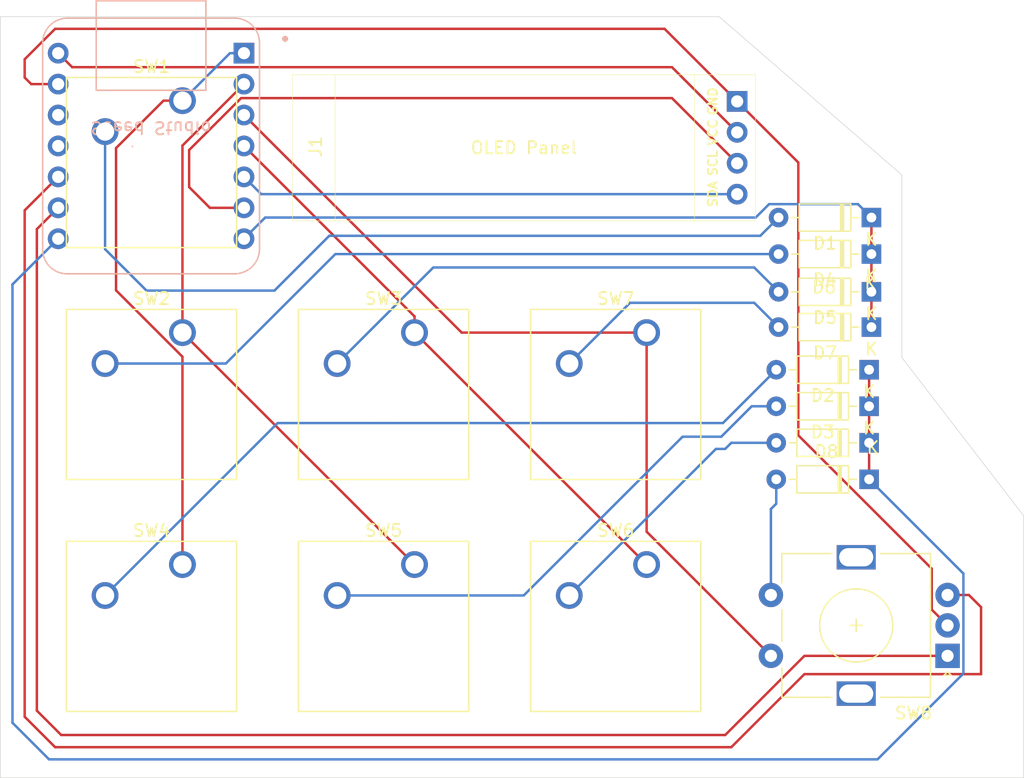
<source format=kicad_pcb>
(kicad_pcb (version 20240108) (generator "pcbnew") (generator_version "8.0")
  (layers (0 "F.Cu" signal) (31 "B.Cu" signal) (34 "B.Paste" user) (35 "F.Paste" user) (36 "B.SilkS" user "B.Silkscreen") (37 "F.SilkS" user "F.Silkscreen") (38 "B.Mask" user) (39 "F.Mask" user) (44 "Edge.Cuts" user))
  (net 0 "")
  (net 1 "Row0")
  (net 2 "Net-(D1-A)")
  (net 3 "Row1")
  (net 4 "Net-(D2-A)")
  (net 5 "Net-(D3-A)")
  (net 6 "Net-(D4-A)")
  (net 7 "Net-(D5-A)")
  (net 8 "Net-(D6-A)")
  (net 9 "Net-(D7-A)")
  (net 10 "Net-(D8-A)")
  (net 11 "SCL")
  (net 12 "SDA")
  (net 13 "GND")
  (net 14 "VCC")
  (net 15 "Col0")
  (net 16 "Col1")
  (net 17 "Col2")
  (net 18 "Col3")
  (net 19 "RotB")
  (net 20 "RotA")
  (footprint "Library:D_DO-35_SOD27_P7.62mm_Horizontal" (layer "F.Cu") (at 126.5 108.5 180)
    (property "Reference" "D7" (at 3.81 -2.12 0) (layer "F.SilkS"))
    (property "Value" "D")
    (fp_line (start 6.58 0) (end 5.93 0) (stroke (width 0.12)) (layer "F.SilkS"))
    (fp_line (start 5.93 1.12) (end 5.93 -1.12) (stroke (width 0.12)) (layer "F.SilkS"))
    (fp_line (start 5.93 -1.12) (end 1.69 -1.12) (stroke (width 0.12)) (layer "F.SilkS"))
    (fp_line (start 2.53 -1.12) (end 2.53 1.12) (stroke (width 0.12)) (layer "F.SilkS"))
    (fp_line (start 2.41 -1.12) (end 2.41 1.12) (stroke (width 0.12)) (layer "F.SilkS"))
    (fp_line (start 2.29 -1.12) (end 2.29 1.12) (stroke (width 0.12)) (layer "F.SilkS"))
    (fp_line (start 1.69 1.12) (end 5.93 1.12) (stroke (width 0.12)) (layer "F.SilkS"))
    (fp_line (start 1.69 -1.12) (end 1.69 1.12) (stroke (width 0.12)) (layer "F.SilkS"))
    (fp_line (start 1.04 0) (end 1.69 0) (stroke (width 0.12)) (layer "F.SilkS"))
    (fp_text user "K" (at 0 -1.8 0) (layer "F.SilkS"))
    (pad "1" thru_hole rect (at 0 0) (size 1.6 1.6) (drill 0.8) (layers "*.Cu" "*.Mask") (net 1 "Row0"))
    (pad "2" thru_hole oval (at 7.62 0) (size 1.6 1.6) (drill 0.8) (layers "*.Cu" "*.Mask") (net 9 "Net-(D7-A)"))
  )
  (footprint "Library:SW_Cherry_MX_1.00u_PCB" (layer "F.Cu") (at 89 108.95)
    (property "Reference" "SW3" (at -2.54 -2.794 0) (layer "F.SilkS"))
    (property "Value" "SW_Push_45deg")
    (fp_line (start -9.525 -1.905) (end 4.445 -1.905) (stroke (width 0.12)) (layer "F.SilkS"))
    (fp_line (start -9.525 12.065) (end -9.525 -1.905) (stroke (width 0.12)) (layer "F.SilkS"))
    (fp_line (start 4.445 -1.905) (end 4.445 12.065) (stroke (width 0.12)) (layer "F.SilkS"))
    (fp_line (start 4.445 12.065) (end -9.525 12.065) (stroke (width 0.12)) (layer "F.SilkS"))
    (pad "" np_thru_hole circle (at -7.62 5.08) (size 1.7 1.7) (drill 1.7) (layers "*.Cu" "*.Mask"))
    (pad "" np_thru_hole circle (at -2.54 5.08) (size 4 4) (drill 4) (layers "*.Cu" "*.Mask"))
    (pad "" np_thru_hole circle (at 2.54 5.08) (size 1.7 1.7) (drill 1.7) (layers "*.Cu" "*.Mask"))
    (pad "1" thru_hole circle (at 0 0) (size 2.2 2.2) (drill 1.5) (layers "*.Cu" "*.Mask") (net 17 "Col2"))
    (pad "2" thru_hole circle (at -6.35 2.54) (size 2.2 2.2) (drill 1.5) (layers "*.Cu" "*.Mask") (net 7 "Net-(D5-A)"))
  )
  (footprint "Library:D_DO-35_SOD27_P7.62mm_Horizontal" (layer "F.Cu") (at 126.31 118 180)
    (property "Reference" "D6" (at 3.69 12.78 0) (layer "F.SilkS"))
    (property "Value" "D")
    (fp_line (start 6.58 0) (end 5.93 0) (stroke (width 0.12)) (layer "F.SilkS"))
    (fp_line (start 5.93 1.12) (end 5.93 -1.12) (stroke (width 0.12)) (layer "F.SilkS"))
    (fp_line (start 5.93 -1.12) (end 1.69 -1.12) (stroke (width 0.12)) (layer "F.SilkS"))
    (fp_line (start 2.53 -1.12) (end 2.53 1.12) (stroke (width 0.12)) (layer "F.SilkS"))
    (fp_line (start 2.41 -1.12) (end 2.41 1.12) (stroke (width 0.12)) (layer "F.SilkS"))
    (fp_line (start 2.29 -1.12) (end 2.29 1.12) (stroke (width 0.12)) (layer "F.SilkS"))
    (fp_line (start 1.69 1.12) (end 5.93 1.12) (stroke (width 0.12)) (layer "F.SilkS"))
    (fp_line (start 1.69 -1.12) (end 1.69 1.12) (stroke (width 0.12)) (layer "F.SilkS"))
    (fp_line (start 1.04 0) (end 1.69 0) (stroke (width 0.12)) (layer "F.SilkS"))
    (fp_text user "K" (at -0.12 13.1 0) (layer "F.SilkS"))
    (pad "1" thru_hole rect (at 0 0) (size 1.6 1.6) (drill 0.8) (layers "*.Cu" "*.Mask") (net 3 "Row1"))
    (pad "2" thru_hole oval (at 7.62 0) (size 1.6 1.6) (drill 0.8) (layers "*.Cu" "*.Mask") (net 8 "Net-(D6-A)"))
  )
  (footprint "Library:SSD1306-0.91-OLED-4pin-128x32" (layer "F.Cu") (at 78.98 87.77)
    (property "Reference" "J1" (at 1.9 5.91 90) (layer "F.SilkS"))
    (property "Value" "OLED")
    (fp_line (start 0 0) (end 0 11.999999) (stroke (width 0.04)) (layer "F.SilkS"))
    (fp_line (start 0 11.999999) (end 38 12) (stroke (width 0.04)) (layer "F.SilkS"))
    (fp_line (start 3.5 0) (end 3.5 12) (stroke (width 0.04)) (layer "F.SilkS"))
    (fp_line (start 33 0) (end 33 12) (stroke (width 0.04)) (layer "F.SilkS"))
    (fp_line (start 38 0) (end 0 0) (stroke (width 0.04)) (layer "F.SilkS"))
    (fp_line (start 38 12) (end 38 0) (stroke (width 0.04)) (layer "F.SilkS"))
    (fp_text user "GND" (at 34.5 2.19 90) (layer "F.SilkS") (effects (font (size 0.75 0.75))))
    (fp_text user "VCC" (at 34.5 4.73 90) (layer "F.SilkS") (effects (font (size 0.75 0.75))))
    (fp_text user "SDA" (at 34.499999 9.81 90) (layer "F.SilkS") (effects (font (size 0.75 0.75))))
    (fp_text user "OLED Panel" (at 19 6 0) (layer "F.SilkS"))
    (fp_text user "SCL" (at 34.5 7.27 90) (layer "F.SilkS") (effects (font (size 0.75 0.75))))
    (pad "1" thru_hole rect (at 36.5 2.19) (size 1.7 1.7) (drill 1) (layers "*.Cu" "*.Mask") (net 13 "GND"))
    (pad "2" thru_hole oval (at 36.5 4.730001) (size 1.7 1.7) (drill 1) (layers "*.Cu" "*.Mask") (net 14 "VCC"))
    (pad "3" thru_hole oval (at 36.5 7.27) (size 1.7 1.7) (drill 1) (layers "*.Cu" "*.Mask") (net 11 "SCL"))
    (pad "4" thru_hole oval (at 36.5 9.81) (size 1.7 1.7) (drill 1) (layers "*.Cu" "*.Mask") (net 12 "SDA"))
  )
  (footprint "Library:D_DO-35_SOD27_P7.62mm_Horizontal" (layer "F.Cu") (at 126.5 105.6 180)
    (property "Reference" "D5" (at 3.81 -2.12 0) (layer "F.SilkS"))
    (property "Value" "D")
    (fp_line (start 6.58 0) (end 5.93 0) (stroke (width 0.12)) (layer "F.SilkS"))
    (fp_line (start 5.93 1.12) (end 5.93 -1.12) (stroke (width 0.12)) (layer "F.SilkS"))
    (fp_line (start 5.93 -1.12) (end 1.69 -1.12) (stroke (width 0.12)) (layer "F.SilkS"))
    (fp_line (start 2.53 -1.12) (end 2.53 1.12) (stroke (width 0.12)) (layer "F.SilkS"))
    (fp_line (start 2.41 -1.12) (end 2.41 1.12) (stroke (width 0.12)) (layer "F.SilkS"))
    (fp_line (start 2.29 -1.12) (end 2.29 1.12) (stroke (width 0.12)) (layer "F.SilkS"))
    (fp_line (start 1.69 1.12) (end 5.93 1.12) (stroke (width 0.12)) (layer "F.SilkS"))
    (fp_line (start 1.69 -1.12) (end 1.69 1.12) (stroke (width 0.12)) (layer "F.SilkS"))
    (fp_line (start 1.04 0) (end 1.69 0) (stroke (width 0.12)) (layer "F.SilkS"))
    (fp_text user "K" (at 0 -1.8 0) (layer "F.SilkS"))
    (pad "1" thru_hole rect (at 0 0) (size 1.6 1.6) (drill 0.8) (layers "*.Cu" "*.Mask") (net 1 "Row0"))
    (pad "2" thru_hole oval (at 7.62 0) (size 1.6 1.6) (drill 0.8) (layers "*.Cu" "*.Mask") (net 7 "Net-(D5-A)"))
  )
  (footprint "Library:RotaryEncoder_Alps_EC11E-Switch_Vertical_H20mm" (layer "F.Cu") (at 132.75 135.5 180)
    (property "Reference" "SW8" (at 2.8 -4.7 0) (layer "F.SilkS"))
    (property "Value" "RotaryEncoder_Switch")
    (fp_line (start 13.6 8.4) (end 9.5 8.4) (stroke (width 0.12)) (layer "F.SilkS"))
    (fp_line (start 13.6 6) (end 13.6 8.4) (stroke (width 0.12)) (layer "F.SilkS"))
    (fp_line (start 13.6 1.2) (end 13.6 3.8) (stroke (width 0.12)) (layer "F.SilkS"))
    (fp_line (start 13.6 -3.4) (end 13.6 -1) (stroke (width 0.12)) (layer "F.SilkS"))
    (fp_line (start 9.5 -3.4) (end 13.6 -3.4) (stroke (width 0.12)) (layer "F.SilkS"))
    (fp_line (start 7.5 2) (end 7.5 3) (stroke (width 0.12)) (layer "F.SilkS"))
    (fp_line (start 7 2.5) (end 8 2.5) (stroke (width 0.12)) (layer "F.SilkS"))
    (fp_line (start 5.5 8.4) (end 1.4 8.4) (stroke (width 0.12)) (layer "F.SilkS"))
    (fp_line (start 5.5 -3.4) (end 1.4 -3.4) (stroke (width 0.12)) (layer "F.SilkS"))
    (fp_line (start 1.4 -3.4) (end 1.4 8.4) (stroke (width 0.12)) (layer "F.SilkS"))
    (fp_line (start 0.3 -1.6) (end 0 -1.3) (stroke (width 0.12)) (layer "F.SilkS"))
    (fp_line (start 0 -1.3) (end -0.3 -1.6) (stroke (width 0.12)) (layer "F.SilkS"))
    (fp_line (start -0.3 -1.6) (end 0.3 -1.6) (stroke (width 0.12)) (layer "F.SilkS"))
    (fp_circle (center 7.5 2.5) (end 10.5 2.5) (stroke (width 0.12)) (fill none) (layer "F.SilkS"))
    (pad "A" thru_hole rect (at 0 0 180) (size 2 2) (drill 1) (layers "*.Cu" "*.Mask") (net 20 "RotA"))
    (pad "B" thru_hole circle (at 0 5 180) (size 2 2) (drill 1) (layers "*.Cu" "*.Mask") (net 19 "RotB"))
    (pad "C" thru_hole circle (at 0 2.5 180) (size 2 2) (drill 1) (layers "*.Cu" "*.Mask") (net 13 "GND"))
    (pad "MP" thru_hole rect (at 7.5 -3.1 180) (size 3.2 2) (drill oval 2.8 1.5) (layers "*.Cu" "*.Mask"))
    (pad "MP" thru_hole rect (at 7.5 8.1 180) (size 3.2 2) (drill oval 2.8 1.5) (layers "*.Cu" "*.Mask"))
    (pad "S1" thru_hole circle (at 14.5 5 180) (size 2 2) (drill 1) (layers "*.Cu" "*.Mask") (net 10 "Net-(D8-A)"))
    (pad "S2" thru_hole circle (at 14.5 0 180) (size 2 2) (drill 1) (layers "*.Cu" "*.Mask") (net 18 "Col3"))
  )
  (footprint "Library:D_DO-35_SOD27_P7.62mm_Horizontal" (layer "F.Cu") (at 126.5 99.5 180)
    (property "Reference" "D1" (at 3.81 -2.12 0) (layer "F.SilkS"))
    (property "Value" "D")
    (fp_line (start 6.58 0) (end 5.93 0) (stroke (width 0.12)) (layer "F.SilkS"))
    (fp_line (start 5.93 1.12) (end 5.93 -1.12) (stroke (width 0.12)) (layer "F.SilkS"))
    (fp_line (start 5.93 -1.12) (end 1.69 -1.12) (stroke (width 0.12)) (layer "F.SilkS"))
    (fp_line (start 2.53 -1.12) (end 2.53 1.12) (stroke (width 0.12)) (layer "F.SilkS"))
    (fp_line (start 2.41 -1.12) (end 2.41 1.12) (stroke (width 0.12)) (layer "F.SilkS"))
    (fp_line (start 2.29 -1.12) (end 2.29 1.12) (stroke (width 0.12)) (layer "F.SilkS"))
    (fp_line (start 1.69 1.12) (end 5.93 1.12) (stroke (width 0.12)) (layer "F.SilkS"))
    (fp_line (start 1.69 -1.12) (end 1.69 1.12) (stroke (width 0.12)) (layer "F.SilkS"))
    (fp_line (start 1.04 0) (end 1.69 0) (stroke (width 0.12)) (layer "F.SilkS"))
    (fp_text user "K" (at 0 -1.8 0) (layer "F.SilkS"))
    (pad "1" thru_hole rect (at 0 0) (size 1.6 1.6) (drill 0.8) (layers "*.Cu" "*.Mask") (net 1 "Row0"))
    (pad "2" thru_hole oval (at 7.62 0) (size 1.6 1.6) (drill 0.8) (layers "*.Cu" "*.Mask") (net 2 "Net-(D1-A)"))
  )
  (footprint "Library:D_DO-35_SOD27_P7.62mm_Horizontal" (layer "F.Cu") (at 126.31 115 180)
    (property "Reference" "D3" (at 3.81 -2.12 0) (layer "F.SilkS"))
    (property "Value" "D")
    (fp_line (start 6.58 0) (end 5.93 0) (stroke (width 0.12)) (layer "F.SilkS"))
    (fp_line (start 5.93 1.12) (end 5.93 -1.12) (stroke (width 0.12)) (layer "F.SilkS"))
    (fp_line (start 5.93 -1.12) (end 1.69 -1.12) (stroke (width 0.12)) (layer "F.SilkS"))
    (fp_line (start 2.53 -1.12) (end 2.53 1.12) (stroke (width 0.12)) (layer "F.SilkS"))
    (fp_line (start 2.41 -1.12) (end 2.41 1.12) (stroke (width 0.12)) (layer "F.SilkS"))
    (fp_line (start 2.29 -1.12) (end 2.29 1.12) (stroke (width 0.12)) (layer "F.SilkS"))
    (fp_line (start 1.69 1.12) (end 5.93 1.12) (stroke (width 0.12)) (layer "F.SilkS"))
    (fp_line (start 1.69 -1.12) (end 1.69 1.12) (stroke (width 0.12)) (layer "F.SilkS"))
    (fp_line (start 1.04 0) (end 1.69 0) (stroke (width 0.12)) (layer "F.SilkS"))
    (fp_text user "K" (at 0 -1.8 0) (layer "F.SilkS"))
    (pad "1" thru_hole rect (at 0 0) (size 1.6 1.6) (drill 0.8) (layers "*.Cu" "*.Mask") (net 3 "Row1"))
    (pad "2" thru_hole oval (at 7.62 0) (size 1.6 1.6) (drill 0.8) (layers "*.Cu" "*.Mask") (net 5 "Net-(D3-A)"))
  )
  (footprint "Library:SW_Cherry_MX_1.00u_PCB" (layer "F.Cu") (at 108.05 128)
    (property "Reference" "SW6" (at -2.54 -2.794 0) (layer "F.SilkS"))
    (property "Value" "SW_Push_45deg")
    (fp_line (start -9.525 -1.905) (end 4.445 -1.905) (stroke (width 0.12)) (layer "F.SilkS"))
    (fp_line (start -9.525 12.065) (end -9.525 -1.905) (stroke (width 0.12)) (layer "F.SilkS"))
    (fp_line (start 4.445 -1.905) (end 4.445 12.065) (stroke (width 0.12)) (layer "F.SilkS"))
    (fp_line (start 4.445 12.065) (end -9.525 12.065) (stroke (width 0.12)) (layer "F.SilkS"))
    (pad "" np_thru_hole circle (at -7.62 5.08) (size 1.7 1.7) (drill 1.7) (layers "*.Cu" "*.Mask"))
    (pad "" np_thru_hole circle (at -2.54 5.08) (size 4 4) (drill 4) (layers "*.Cu" "*.Mask"))
    (pad "" np_thru_hole circle (at 2.54 5.08) (size 1.7 1.7) (drill 1.7) (layers "*.Cu" "*.Mask"))
    (pad "1" thru_hole circle (at 0 0) (size 2.2 2.2) (drill 1.5) (layers "*.Cu" "*.Mask") (net 17 "Col2"))
    (pad "2" thru_hole circle (at -6.35 2.54) (size 2.2 2.2) (drill 1.5) (layers "*.Cu" "*.Mask") (net 8 "Net-(D6-A)"))
  )
  (footprint "Library:D_DO-35_SOD27_P7.62mm_Horizontal" (layer "F.Cu") (at 126.31 121 180)
    (property "Reference" "D8" (at 3.5 2.28 0) (layer "F.SilkS"))
    (property "Value" "D")
    (fp_line (start 6.58 0) (end 5.93 0) (stroke (width 0.12)) (layer "F.SilkS"))
    (fp_line (start 5.93 1.12) (end 5.93 -1.12) (stroke (width 0.12)) (layer "F.SilkS"))
    (fp_line (start 5.93 -1.12) (end 1.69 -1.12) (stroke (width 0.12)) (layer "F.SilkS"))
    (fp_line (start 2.53 -1.12) (end 2.53 1.12) (stroke (width 0.12)) (layer "F.SilkS"))
    (fp_line (start 2.41 -1.12) (end 2.41 1.12) (stroke (width 0.12)) (layer "F.SilkS"))
    (fp_line (start 2.29 -1.12) (end 2.29 1.12) (stroke (width 0.12)) (layer "F.SilkS"))
    (fp_line (start 1.69 1.12) (end 5.93 1.12) (stroke (width 0.12)) (layer "F.SilkS"))
    (fp_line (start 1.69 -1.12) (end 1.69 1.12) (stroke (width 0.12)) (layer "F.SilkS"))
    (fp_line (start 1.04 0) (end 1.69 0) (stroke (width 0.12)) (layer "F.SilkS"))
    (fp_text user "K" (at -0.31 2.6 0) (layer "F.SilkS"))
    (pad "1" thru_hole rect (at 0 0) (size 1.6 1.6) (drill 0.8) (layers "*.Cu" "*.Mask") (net 3 "Row1"))
    (pad "2" thru_hole oval (at 7.62 0) (size 1.6 1.6) (drill 0.8) (layers "*.Cu" "*.Mask") (net 10 "Net-(D8-A)"))
  )
  (footprint "Library:SW_Cherry_MX_1.00u_PCB" (layer "F.Cu") (at 69.95 128)
    (property "Reference" "SW4" (at -2.54 -2.794 0) (layer "F.SilkS"))
    (property "Value" "SW_Push_45deg")
    (fp_line (start -9.525 -1.905) (end 4.445 -1.905) (stroke (width 0.12)) (layer "F.SilkS"))
    (fp_line (start -9.525 12.065) (end -9.525 -1.905) (stroke (width 0.12)) (layer "F.SilkS"))
    (fp_line (start 4.445 -1.905) (end 4.445 12.065) (stroke (width 0.12)) (layer "F.SilkS"))
    (fp_line (start 4.445 12.065) (end -9.525 12.065) (stroke (width 0.12)) (layer "F.SilkS"))
    (pad "" np_thru_hole circle (at -7.62 5.08) (size 1.7 1.7) (drill 1.7) (layers "*.Cu" "*.Mask"))
    (pad "" np_thru_hole circle (at -2.54 5.08) (size 4 4) (drill 4) (layers "*.Cu" "*.Mask"))
    (pad "" np_thru_hole circle (at 2.54 5.08) (size 1.7 1.7) (drill 1.7) (layers "*.Cu" "*.Mask"))
    (pad "1" thru_hole circle (at 0 0) (size 2.2 2.2) (drill 1.5) (layers "*.Cu" "*.Mask") (net 15 "Col0"))
    (pad "2" thru_hole circle (at -6.35 2.54) (size 2.2 2.2) (drill 1.5) (layers "*.Cu" "*.Mask") (net 4 "Net-(D2-A)"))
  )
  (footprint "Library:D_DO-35_SOD27_P7.62mm_Horizontal" (layer "F.Cu") (at 126.31 112 180)
    (property "Reference" "D2" (at 3.81 -2.12 0) (layer "F.SilkS"))
    (property "Value" "D")
    (fp_line (start 6.58 0) (end 5.93 0) (stroke (width 0.12)) (layer "F.SilkS"))
    (fp_line (start 5.93 1.12) (end 5.93 -1.12) (stroke (width 0.12)) (layer "F.SilkS"))
    (fp_line (start 5.93 -1.12) (end 1.69 -1.12) (stroke (width 0.12)) (layer "F.SilkS"))
    (fp_line (start 2.53 -1.12) (end 2.53 1.12) (stroke (width 0.12)) (layer "F.SilkS"))
    (fp_line (start 2.41 -1.12) (end 2.41 1.12) (stroke (width 0.12)) (layer "F.SilkS"))
    (fp_line (start 2.29 -1.12) (end 2.29 1.12) (stroke (width 0.12)) (layer "F.SilkS"))
    (fp_line (start 1.69 1.12) (end 5.93 1.12) (stroke (width 0.12)) (layer "F.SilkS"))
    (fp_line (start 1.69 -1.12) (end 1.69 1.12) (stroke (width 0.12)) (layer "F.SilkS"))
    (fp_line (start 1.04 0) (end 1.69 0) (stroke (width 0.12)) (layer "F.SilkS"))
    (fp_text user "K" (at 0 -1.8 0) (layer "F.SilkS"))
    (pad "1" thru_hole rect (at 0 0) (size 1.6 1.6) (drill 0.8) (layers "*.Cu" "*.Mask") (net 3 "Row1"))
    (pad "2" thru_hole oval (at 7.62 0) (size 1.6 1.6) (drill 0.8) (layers "*.Cu" "*.Mask") (net 4 "Net-(D2-A)"))
  )
  (footprint "Library:SW_Cherry_MX_1.00u_PCB" (layer "F.Cu") (at 69.95 108.95)
    (property "Reference" "SW2" (at -2.54 -2.794 0) (layer "F.SilkS"))
    (property "Value" "SW_Push_45deg")
    (fp_line (start -9.525 -1.905) (end 4.445 -1.905) (stroke (width 0.12)) (layer "F.SilkS"))
    (fp_line (start -9.525 12.065) (end -9.525 -1.905) (stroke (width 0.12)) (layer "F.SilkS"))
    (fp_line (start 4.445 -1.905) (end 4.445 12.065) (stroke (width 0.12)) (layer "F.SilkS"))
    (fp_line (start 4.445 12.065) (end -9.525 12.065) (stroke (width 0.12)) (layer "F.SilkS"))
    (pad "" np_thru_hole circle (at -7.62 5.08) (size 1.7 1.7) (drill 1.7) (layers "*.Cu" "*.Mask"))
    (pad "" np_thru_hole circle (at -2.54 5.08) (size 4 4) (drill 4) (layers "*.Cu" "*.Mask"))
    (pad "" np_thru_hole circle (at 2.54 5.08) (size 1.7 1.7) (drill 1.7) (layers "*.Cu" "*.Mask"))
    (pad "1" thru_hole circle (at 0 0) (size 2.2 2.2) (drill 1.5) (layers "*.Cu" "*.Mask") (net 16 "Col1"))
    (pad "2" thru_hole circle (at -6.35 2.54) (size 2.2 2.2) (drill 1.5) (layers "*.Cu" "*.Mask") (net 6 "Net-(D4-A)"))
  )
  (footprint "Library:SW_Cherry_MX_1.00u_PCB" (layer "F.Cu") (at 69.95 89.9)
    (property "Reference" "SW1" (at -2.54 -2.794 0) (layer "F.SilkS"))
    (property "Value" "SW_Push_45deg")
    (fp_line (start -9.525 -1.905) (end 4.445 -1.905) (stroke (width 0.12)) (layer "F.SilkS"))
    (fp_line (start -9.525 12.065) (end -9.525 -1.905) (stroke (width 0.12)) (layer "F.SilkS"))
    (fp_line (start 4.445 -1.905) (end 4.445 12.065) (stroke (width 0.12)) (layer "F.SilkS"))
    (fp_line (start 4.445 12.065) (end -9.525 12.065) (stroke (width 0.12)) (layer "F.SilkS"))
    (pad "" np_thru_hole circle (at -7.62 5.08) (size 1.7 1.7) (drill 1.7) (layers "*.Cu" "*.Mask"))
    (pad "" np_thru_hole circle (at -2.54 5.08) (size 4 4) (drill 4) (layers "*.Cu" "*.Mask"))
    (pad "" np_thru_hole circle (at 2.54 5.08) (size 1.7 1.7) (drill 1.7) (layers "*.Cu" "*.Mask"))
    (pad "1" thru_hole circle (at 0 0) (size 2.2 2.2) (drill 1.5) (layers "*.Cu" "*.Mask") (net 15 "Col0"))
    (pad "2" thru_hole circle (at -6.35 2.54) (size 2.2 2.2) (drill 1.5) (layers "*.Cu" "*.Mask") (net 2 "Net-(D1-A)"))
  )
  (footprint "Library:SW_Cherry_MX_1.00u_PCB" (layer "F.Cu") (at 108.05 108.95)
    (property "Reference" "SW7" (at -2.54 -2.794 0) (layer "F.SilkS"))
    (property "Value" "SW_Push_45deg")
    (fp_line (start -9.525 -1.905) (end 4.445 -1.905) (stroke (width 0.12)) (layer "F.SilkS"))
    (fp_line (start -9.525 12.065) (end -9.525 -1.905) (stroke (width 0.12)) (layer "F.SilkS"))
    (fp_line (start 4.445 -1.905) (end 4.445 12.065) (stroke (width 0.12)) (layer "F.SilkS"))
    (fp_line (start 4.445 12.065) (end -9.525 12.065) (stroke (width 0.12)) (layer "F.SilkS"))
    (pad "" np_thru_hole circle (at -7.62 5.08) (size 1.7 1.7) (drill 1.7) (layers "*.Cu" "*.Mask"))
    (pad "" np_thru_hole circle (at -2.54 5.08) (size 4 4) (drill 4) (layers "*.Cu" "*.Mask"))
    (pad "" np_thru_hole circle (at 2.54 5.08) (size 1.7 1.7) (drill 1.7) (layers "*.Cu" "*.Mask"))
    (pad "1" thru_hole circle (at 0 0) (size 2.2 2.2) (drill 1.5) (layers "*.Cu" "*.Mask") (net 18 "Col3"))
    (pad "2" thru_hole circle (at -6.35 2.54) (size 2.2 2.2) (drill 1.5) (layers "*.Cu" "*.Mask") (net 9 "Net-(D7-A)"))
  )
  (footprint "Library:SW_Cherry_MX_1.00u_PCB" (layer "F.Cu") (at 89 128)
    (property "Reference" "SW5" (at -2.54 -2.794 0) (layer "F.SilkS"))
    (property "Value" "SW_Push_45deg")
    (fp_line (start -9.525 -1.905) (end 4.445 -1.905) (stroke (width 0.12)) (layer "F.SilkS"))
    (fp_line (start -9.525 12.065) (end -9.525 -1.905) (stroke (width 0.12)) (layer "F.SilkS"))
    (fp_line (start 4.445 -1.905) (end 4.445 12.065) (stroke (width 0.12)) (layer "F.SilkS"))
    (fp_line (start 4.445 12.065) (end -9.525 12.065) (stroke (width 0.12)) (layer "F.SilkS"))
    (pad "" np_thru_hole circle (at -7.62 5.08) (size 1.7 1.7) (drill 1.7) (layers "*.Cu" "*.Mask"))
    (pad "" np_thru_hole circle (at -2.54 5.08) (size 4 4) (drill 4) (layers "*.Cu" "*.Mask"))
    (pad "" np_thru_hole circle (at 2.54 5.08) (size 1.7 1.7) (drill 1.7) (layers "*.Cu" "*.Mask"))
    (pad "1" thru_hole circle (at 0 0) (size 2.2 2.2) (drill 1.5) (layers "*.Cu" "*.Mask") (net 16 "Col1"))
    (pad "2" thru_hole circle (at -6.35 2.54) (size 2.2 2.2) (drill 1.5) (layers "*.Cu" "*.Mask") (net 5 "Net-(D3-A)"))
  )
  (footprint "Library:D_DO-35_SOD27_P7.62mm_Horizontal" (layer "F.Cu") (at 126.5 102.5 180)
    (property "Reference" "D4" (at 3.81 -2.12 0) (layer "F.SilkS"))
    (property "Value" "D")
    (fp_line (start 6.58 0) (end 5.93 0) (stroke (width 0.12)) (layer "F.SilkS"))
    (fp_line (start 5.93 1.12) (end 5.93 -1.12) (stroke (width 0.12)) (layer "F.SilkS"))
    (fp_line (start 5.93 -1.12) (end 1.69 -1.12) (stroke (width 0.12)) (layer "F.SilkS"))
    (fp_line (start 2.53 -1.12) (end 2.53 1.12) (stroke (width 0.12)) (layer "F.SilkS"))
    (fp_line (start 2.41 -1.12) (end 2.41 1.12) (stroke (width 0.12)) (layer "F.SilkS"))
    (fp_line (start 2.29 -1.12) (end 2.29 1.12) (stroke (width 0.12)) (layer "F.SilkS"))
    (fp_line (start 1.69 1.12) (end 5.93 1.12) (stroke (width 0.12)) (layer "F.SilkS"))
    (fp_line (start 1.69 -1.12) (end 1.69 1.12) (stroke (width 0.12)) (layer "F.SilkS"))
    (fp_line (start 1.04 0) (end 1.69 0) (stroke (width 0.12)) (layer "F.SilkS"))
    (fp_text user "K" (at 0 -1.8 0) (layer "F.SilkS"))
    (pad "1" thru_hole rect (at 0 0) (size 1.6 1.6) (drill 0.8) (layers "*.Cu" "*.Mask") (net 1 "Row0"))
    (pad "2" thru_hole oval (at 7.62 0) (size 1.6 1.6) (drill 0.8) (layers "*.Cu" "*.Mask") (net 6 "Net-(D4-A)"))
  )
  (footprint "Library:XIAO-Generic-Thruhole-14P-2.54-21X17.8MM" (layer "B.Cu") (at 67.375 93.62 180)
    (property "Reference" "U1" (at 0 -2.54 0) (layer "B.SilkS") (effects (font (size 0.889 0.889) (thickness 0.1016)) (justify mirror)))
    (property "Value" "Seeed Studio XIAO SAMD21" (hide yes))
    (fp_line (start 8.9 8.5) (end 8.9 -8.5) (stroke (width 0.127)) (layer "B.SilkS"))
    (fp_line (start 6.9 -10.5) (end -6.9 -10.5) (stroke (width 0.127)) (layer "B.SilkS"))
    (fp_line (start 4.5 11.92403) (end -4.5 11.92403) (stroke (width 0.127)) (layer "B.SilkS"))
    (fp_line (start 4.5 4.57073) (end 4.5 11.92403) (stroke (width 0.127)) (layer "B.SilkS"))
    (fp_line (start -4.5 11.92403) (end -4.5 4.57073) (stroke (width 0.127)) (layer "B.SilkS"))
    (fp_line (start -4.5 4.57073) (end 4.5 4.57073) (stroke (width 0.127)) (layer "B.SilkS"))
    (fp_line (start -6.9 10.49909) (end 6.9 10.49909) (stroke (width 0.127)) (layer "B.SilkS"))
    (fp_line (start -8.9 -8.5) (end -8.9 8.5) (stroke (width 0.127)) (layer "B.SilkS"))
    (fp_arc (start 8.9 8.5) (mid 8.301494 9.901494) (end 6.9 10.5) (stroke (width 0.12)) (layer "B.SilkS"))
    (fp_arc (start 6.9 -10.5) (mid 8.314214 -9.914214) (end 8.9 -8.5) (stroke (width 0.12)) (layer "B.SilkS"))
    (fp_arc (start -6.9 10.5) (mid -8.301491 9.901491) (end -8.9 8.5) (stroke (width 0.12)) (layer "B.SilkS"))
    (fp_arc (start -8.9 -8.5) (mid -8.301423 -9.901423) (end -6.9 -10.5) (stroke (width 0.12)) (layer "B.SilkS"))
    (fp_circle (center -11 8.8) (end -11 9.054) (fill solid) (layer "B.SilkS"))
    (fp_poly (pts (xy -8.887715 8.561705) (xy -8.884667 8.610473) (xy -8.880604 8.659494)) (stroke (width 0.0254)) (fill none) (layer "B.SilkS"))
    (fp_poly (pts (xy 8.889492 -8.521574) (xy 8.887713 -8.57085) (xy 8.884665 -8.619618) (xy 8.880601 -8.668639) (xy 8.875268 -8.717407) (xy 8.868664 -8.766175) (xy 8.861044 -8.81469) (xy 8.852152 -8.86295) (xy 8.842248 -8.910955)) (stroke (width 0.0254)) (fill none) (layer "B.SilkS"))
    (fp_text user "XIAO" (at 0 -0.499999 180) (layer "B.SilkS") (effects (justify mirror)))
    (fp_text user "Seeed Studio" (at 0 1.5 180) (layer "B.SilkS") (effects (justify mirror)))
    (pad "1" thru_hole rect (at -7.625 7.62) (size 1.7 1.7) (drill 1) (layers "*.Cu" "*.Mask") (net 15 "Col0"))
    (pad "2" thru_hole circle (at -7.625 5.08) (size 1.7 1.7) (drill 1) (layers "*.Cu" "*.Mask") (net 16 "Col1"))
    (pad "3" thru_hole circle (at -7.625 2.54) (size 1.7 1.7) (drill 1) (layers "*.Cu" "*.Mask") (net 18 "Col3"))
    (pad "4" thru_hole circle (at -7.625 0) (size 1.7 1.7) (drill 1) (layers "*.Cu" "*.Mask") (net 17 "Col2"))
    (pad "5" thru_hole circle (at -7.625 -2.54) (size 1.7 1.7) (drill 1) (layers "*.Cu" "*.Mask") (net 12 "SDA"))
    (pad "6" thru_hole circle (at -7.625 -5.08 180) (size 1.7 1.7) (drill 1) (layers "*.Cu" "*.Mask") (net 11 "SCL"))
    (pad "7" thru_hole circle (at -7.625 -7.62) (size 1.7 1.7) (drill 1) (layers "*.Cu" "*.Mask") (net 1 "Row0"))
    (pad "8" thru_hole circle (at 7.625 -7.62) (size 1.7 1.7) (drill 1) (layers "*.Cu" "*.Mask") (net 3 "Row1"))
    (pad "9" thru_hole circle (at 7.625 -5.08) (size 1.7 1.7) (drill 1) (layers "*.Cu" "*.Mask") (net 20 "RotA"))
    (pad "10" thru_hole circle (at 7.625 -2.54) (size 1.7 1.7) (drill 1) (layers "*.Cu" "*.Mask") (net 19 "RotB"))
    (pad "11" thru_hole circle (at 7.625 0) (size 1.7 1.7) (drill 1) (layers "*.Cu" "*.Mask"))
    (pad "12" thru_hole circle (at 7.625 2.54) (size 1.7 1.7) (drill 1) (layers "*.Cu" "*.Mask"))
    (pad "13" thru_hole circle (at 7.625 5.08) (size 1.7 1.7) (drill 1) (layers "*.Cu" "*.Mask") (net 13 "GND"))
    (pad "14" thru_hole circle (at 7.625 7.62) (size 1.7 1.7) (drill 1) (layers "*.Cu" "*.Mask") (net 14 "VCC"))
  )
  (gr_poly (pts (xy 55 145.5) (xy 139 145.5) (xy 139 124) (xy 129 111) (xy 129 96) (xy 114 83) (xy 55 83)) (stroke (width 0.05)) (fill none) (layer "Edge.Cuts"))
  (segment (start 126.5 99.5) (end 127 99.5) (width 0.2) (layer "F.Cu") (net 1))
  (segment (start 126.5 99.5) (end 126.5 108.5) (width 0.2) (layer "F.Cu") (net 1))
  (segment (start 76.74 99.5) (end 75 101.24) (width 0.2) (layer "B.Cu") (net 1))
  (segment (start 126.5 99.5) (end 125.4 98.4) (width 0.2) (layer "B.Cu") (net 1))
  (segment (start 125.4 98.4) (end 118.1 98.4) (width 0.2) (layer "B.Cu") (net 1))
  (segment (start 117 99.5) (end 76.74 99.5) (width 0.2) (layer "B.Cu") (net 1))
  (segment (start 118.1 98.4) (end 117 99.5) (width 0.2) (layer "B.Cu") (net 1))
  (segment (start 118.88 99.5) (end 117.38 101) (width 0.2) (layer "B.Cu") (net 2))
  (segment (start 63.6 102.1) (end 63.6 92.44) (width 0.2) (layer "B.Cu") (net 2))
  (segment (start 67 105.5) (end 63.6 102.1) (width 0.2) (layer "B.Cu") (net 2))
  (segment (start 77.5 105.5) (end 67 105.5) (width 0.2) (layer "B.Cu") (net 2))
  (segment (start 117.38 101) (end 82 101) (width 0.2) (layer "B.Cu") (net 2))
  (segment (start 82 101) (end 77.5 105.5) (width 0.2) (layer "B.Cu") (net 2))
  (segment (start 126.62 112) (end 126.62 112.38) (width 0.2) (layer "F.Cu") (net 3))
  (segment (start 126.62 112.38) (end 126.5 112.5) (width 0.2) (layer "F.Cu") (net 3))
  (segment (start 126.31 112) (end 126.31 121) (width 0.2) (layer "F.Cu") (net 3))
  (segment (start 56 141) (end 56 104.99) (width 0.2) (layer "B.Cu") (net 3))
  (segment (start 56 104.99) (end 59.75 101.24) (width 0.2) (layer "B.Cu") (net 3))
  (segment (start 134.05 136.95) (end 127 144) (width 0.2) (layer "B.Cu") (net 3))
  (segment (start 59 144) (end 56 141) (width 0.2) (layer "B.Cu") (net 3))
  (segment (start 127 144) (end 59 144) (width 0.2) (layer "B.Cu") (net 3))
  (segment (start 126.31 121) (end 134.05 128.74) (width 0.2) (layer "B.Cu") (net 3))
  (segment (start 134.05 128.74) (end 134.05 136.95) (width 0.2) (layer "B.Cu") (net 3))
  (segment (start 77.76 116.38) (end 63.6 130.54) (width 0.2) (layer "B.Cu") (net 4))
  (segment (start 114.31 116.38) (end 77.76 116.38) (width 0.2) (layer "B.Cu") (net 4))
  (segment (start 118.69 112) (end 114.31 116.38) (width 0.2) (layer "B.Cu") (net 4))
  (segment (start 116.674314 115) (end 114.174314 117.5) (width 0.2) (layer "B.Cu") (net 5))
  (segment (start 118.69 115) (end 116.674314 115) (width 0.2) (layer "B.Cu") (net 5))
  (segment (start 97.96 130.54) (end 82.65 130.54) (width 0.2) (layer "B.Cu") (net 5))
  (segment (start 114.174314 117.5) (end 111 117.5) (width 0.2) (layer "B.Cu") (net 5))
  (segment (start 111 117.5) (end 97.96 130.54) (width 0.2) (layer "B.Cu") (net 5))
  (segment (start 82.5 102.5) (end 73.51 111.49) (width 0.2) (layer "B.Cu") (net 6))
  (segment (start 73.51 111.49) (end 63.6 111.49) (width 0.2) (layer "B.Cu") (net 6))
  (segment (start 118.88 102.5) (end 82.5 102.5) (width 0.2) (layer "B.Cu") (net 6))
  (segment (start 116.88 103.6) (end 118.88 105.6) (width 0.2) (layer "B.Cu") (net 7))
  (segment (start 82.65 111.49) (end 90.54 103.6) (width 0.2) (layer "B.Cu") (net 7))
  (segment (start 90.54 103.6) (end 116.88 103.6) (width 0.2) (layer "B.Cu") (net 7))
  (segment (start 114.5 118.5) (end 113.74 118.5) (width 0.2) (layer "B.Cu") (net 8))
  (segment (start 118.69 118) (end 115 118) (width 0.2) (layer "B.Cu") (net 8))
  (segment (start 115 118) (end 114.5 118.5) (width 0.2) (layer "B.Cu") (net 8))
  (segment (start 113.74 118.5) (end 101.7 130.54) (width 0.2) (layer "B.Cu") (net 8))
  (segment (start 116.88 106.5) (end 118.88 108.5) (width 0.2) (layer "B.Cu") (net 9))
  (segment (start 106.69 106.5) (end 101.7 111.49) (width 0.2) (layer "B.Cu") (net 9))
  (segment (start 106.69 106.5) (end 116.88 106.5) (width 0.2) (layer "B.Cu") (net 9))
  (segment (start 118.69 121) (end 118.69 123) (width 0.2) (layer "B.Cu") (net 10))
  (segment (start 118.25 123.44) (end 118.25 130.5) (width 0.2) (layer "B.Cu") (net 10))
  (segment (start 118.69 123) (end 118.25 123.44) (width 0.2) (layer "B.Cu") (net 10))
  (segment (start 72.2 98.7) (end 75 98.7) (width 0.2) (layer "F.Cu") (net 11))
  (segment (start 74.763654 89.69) (end 70.5 93.953654) (width 0.2) (layer "F.Cu") (net 11))
  (segment (start 70.5 97) (end 72.2 98.7) (width 0.2) (layer "F.Cu") (net 11))
  (segment (start 110.13 89.69) (end 74.763654 89.69) (width 0.2) (layer "F.Cu") (net 11))
  (segment (start 70.5 93.953654) (end 70.5 97) (width 0.2) (layer "F.Cu") (net 11))
  (segment (start 115.48 95.04) (end 110.13 89.69) (width 0.2) (layer "F.Cu") (net 11))
  (segment (start 76.42 97.58) (end 75 96.16) (width 0.2) (layer "B.Cu") (net 12))
  (segment (start 115.48 97.58) (end 76.42 97.58) (width 0.2) (layer "B.Cu") (net 12))
  (segment (start 109.52 84) (end 59.5 84) (width 0.2) (layer "F.Cu") (net 13))
  (segment (start 120.5 94.98) (end 115.48 89.96) (width 0.2) (layer "F.Cu") (net 13))
  (segment (start 57.54 88.54) (end 59.75 88.54) (width 0.2) (layer "F.Cu") (net 13))
  (segment (start 131.45 128.34) (end 120.5 117.39) (width 0.2) (layer "F.Cu") (net 13))
  (segment (start 131.45 131.7) (end 131.45 128.34) (width 0.2) (layer "F.Cu") (net 13))
  (segment (start 132.75 133) (end 131.45 131.7) (width 0.2) (layer "F.Cu") (net 13))
  (segment (start 57 86.5) (end 57 88) (width 0.2) (layer "F.Cu") (net 13))
  (segment (start 59.5 84) (end 57 86.5) (width 0.2) (layer "F.Cu") (net 13))
  (segment (start 120.5 117.39) (end 120.5 94.98) (width 0.2) (layer "F.Cu") (net 13))
  (segment (start 57 88) (end 57.54 88.54) (width 0.2) (layer "F.Cu") (net 13))
  (segment (start 115.48 89.96) (end 109.52 84) (width 0.2) (layer "F.Cu") (net 13))
  (segment (start 115.48 92.500001) (end 110.129999 87.15) (width 0.2) (layer "F.Cu") (net 14))
  (segment (start 110.129999 87.15) (end 60.9 87.15) (width 0.2) (layer "F.Cu") (net 14))
  (segment (start 60.9 87.15) (end 59.75 86) (width 0.2) (layer "F.Cu") (net 14))
  (segment (start 68.394366 89.9) (end 64.5 93.794366) (width 0.2) (layer "F.Cu") (net 15))
  (segment (start 69.95 89.9) (end 68.394366 89.9) (width 0.2) (layer "F.Cu") (net 15))
  (segment (start 69.95 110.929899) (end 69.95 128) (width 0.2) (layer "F.Cu") (net 15))
  (segment (start 64.5 93.794366) (end 64.5 105.479899) (width 0.2) (layer "F.Cu") (net 15))
  (segment (start 64.5 105.479899) (end 69.95 110.929899) (width 0.2) (layer "F.Cu") (net 15))
  (segment (start 69.95 89.9) (end 73.85 86) (width 0.2) (layer "B.Cu") (net 15))
  (segment (start 73.85 86) (end 75 86) (width 0.2) (layer "B.Cu") (net 15))
  (segment (start 75 88.54) (end 69.95 93.59) (width 0.2) (layer "F.Cu") (net 16))
  (segment (start 69.95 108.95) (end 89 128) (width 0.2) (layer "F.Cu") (net 16))
  (segment (start 69.95 93.59) (end 69.95 108.95) (width 0.2) (layer "F.Cu") (net 16))
  (segment (start 89 108.95) (end 108.05 128) (width 0.2) (layer "F.Cu") (net 17))
  (segment (start 89 108.95) (end 89 107.62) (width 0.2) (layer "F.Cu") (net 17))
  (segment (start 89 107.62) (end 75 93.62) (width 0.2) (layer "F.Cu") (net 17))
  (segment (start 108.05 125.3) (end 118.25 135.5) (width 0.2) (layer "F.Cu") (net 18))
  (segment (start 92.87 108.95) (end 75 91.08) (width 0.2) (layer "F.Cu") (net 18))
  (segment (start 108.05 108.95) (end 108.05 125.3) (width 0.2) (layer "F.Cu") (net 18))
  (segment (start 108.05 108.95) (end 92.87 108.95) (width 0.2) (layer "F.Cu") (net 18))
  (segment (start 57 98.91) (end 59.75 96.16) (width 0.2) (layer "F.Cu") (net 19))
  (segment (start 121 137) (end 115 143) (width 0.2) (layer "F.Cu") (net 19))
  (segment (start 57 140.5) (end 57 98.91) (width 0.2) (layer "F.Cu") (net 19))
  (segment (start 59.5 143) (end 57 140.5) (width 0.2) (layer "F.Cu") (net 19))
  (segment (start 135.5 131.5) (end 135.5 137) (width 0.2) (layer "F.Cu") (net 19))
  (segment (start 135.5 137) (end 121 137) (width 0.2) (layer "F.Cu") (net 19))
  (segment (start 115 143) (end 59.5 143) (width 0.2) (layer "F.Cu") (net 19))
  (segment (start 134.5 130.5) (end 135.5 131.5) (width 0.2) (layer "F.Cu") (net 19))
  (segment (start 132.75 130.5) (end 134.5 130.5) (width 0.2) (layer "F.Cu") (net 19))
  (segment (start 132.75 135.5) (end 121 135.5) (width 0.2) (layer "F.Cu") (net 20))
  (segment (start 121 135.5) (end 114.5 142) (width 0.2) (layer "F.Cu") (net 20))
  (segment (start 60 142) (end 58 140) (width 0.2) (layer "F.Cu") (net 20))
  (segment (start 58 140) (end 58 100.45) (width 0.2) (layer "F.Cu") (net 20))
  (segment (start 114.5 142) (end 60 142) (width 0.2) (layer "F.Cu") (net 20))
  (segment (start 58 100.45) (end 59.75 98.7) (width 0.2) (layer "F.Cu") (net 20))
)
</source>
